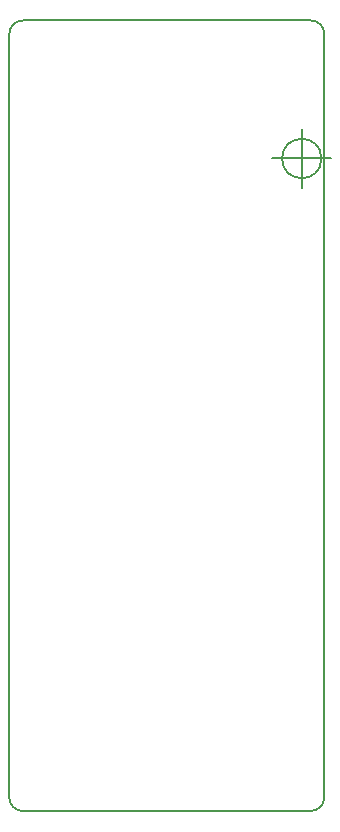
<source format=gbr>
G04 #@! TF.GenerationSoftware,KiCad,Pcbnew,(5.1.9)-1*
G04 #@! TF.CreationDate,2021-03-21T08:29:29+00:00*
G04 #@! TF.ProjectId,RGBtoHDMI Amiga Denise - v2++ by solarmon,52474274-6f48-4444-9d49-20416d696761,v2++*
G04 #@! TF.SameCoordinates,Original*
G04 #@! TF.FileFunction,Profile,NP*
%FSLAX46Y46*%
G04 Gerber Fmt 4.6, Leading zero omitted, Abs format (unit mm)*
G04 Created by KiCad (PCBNEW (5.1.9)-1) date 2021-03-21 08:29:29*
%MOMM*%
%LPD*%
G01*
G04 APERTURE LIST*
G04 #@! TA.AperFunction,Profile*
%ADD10C,0.200000*%
G04 #@! TD*
G04 #@! TA.AperFunction,Profile*
%ADD11C,0.150000*%
G04 #@! TD*
G04 APERTURE END LIST*
D10*
X116078000Y-121285000D02*
G75*
G02*
X114935000Y-120142000I0J1143000D01*
G01*
X141605000Y-120142000D02*
G75*
G02*
X140462000Y-121285000I-1143000J0D01*
G01*
X140462000Y-54356000D02*
G75*
G02*
X141605000Y-55499000I0J-1143000D01*
G01*
X114935000Y-55499000D02*
G75*
G02*
X116078000Y-54356000I1143000J0D01*
G01*
D11*
X141366666Y-66040000D02*
G75*
G03*
X141366666Y-66040000I-1666666J0D01*
G01*
X137200000Y-66040000D02*
X142200000Y-66040000D01*
X139700000Y-63540000D02*
X139700000Y-68540000D01*
D10*
X141605000Y-55499000D02*
X141605000Y-120142000D01*
X116078000Y-54356000D02*
X140462000Y-54356000D01*
X114935000Y-55499000D02*
X114935000Y-120142000D01*
X116078000Y-121285000D02*
X140462000Y-121285000D01*
M02*

</source>
